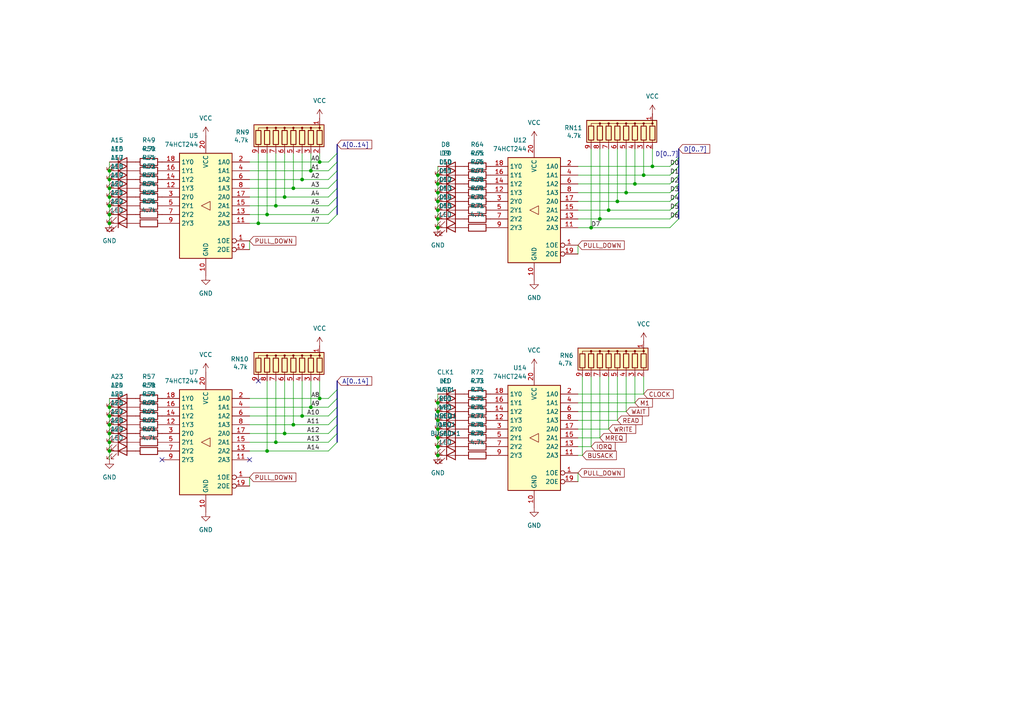
<source format=kicad_sch>
(kicad_sch (version 20250114) (generator "eeschema") (generator_version "9.0")
  (paper "A4")
  (lib_symbols
    (symbol "74xx:74HCT244"
      (property "Reference" "U" (at -7.62 16.51 0))
      (property "Value" "74HCT244" (at -7.62 -16.51 0))
      (symbol "74HCT244_1_0"
        (polyline (pts (xy 1.27 0) (xy -1.27 1.27) (xy -1.27 -1.27) (xy 1.27 0)) (stroke (width 0.1524)))
        (pin input line (at -12.7 12.7 0) (length 5.08) (name "1A0") (number "2"))
        (pin input line (at -12.7 10.16 0) (length 5.08) (name "1A1") (number "4"))
        (pin input line (at -12.7 7.62 0) (length 5.08) (name "1A2") (number "6"))
        (pin input line (at -12.7 5.08 0) (length 5.08) (name "1A3") (number "8"))
        (pin input line (at -12.7 2.54 0) (length 5.08) (name "2A0") (number "17"))
        (pin input line (at -12.7 0 0) (length 5.08) (name "2A1") (number "15"))
        (pin input line (at -12.7 -2.54 0) (length 5.08) (name "2A2") (number "13"))
        (pin input line (at -12.7 -5.08 0) (length 5.08) (name "2A3") (number "11"))
        (pin input inverted (at -12.7 -10.16 0) (length 5.08) (name "1OE") (number "1"))
        (pin input inverted (at -12.7 -12.7 0) (length 5.08) (name "2OE") (number "19"))
        (pin power_in line (at 0 20.32 270) (length 5.08) (name "VCC") (number "20"))
        (pin power_in line (at 0 -20.32 90) (length 5.08) (name "GND") (number "10"))
        (pin tri_state line (at 12.7 12.7 180) (length 5.08) (name "1Y0") (number "18"))
        (pin tri_state line (at 12.7 10.16 180) (length 5.08) (name "1Y1") (number "16"))
        (pin tri_state line (at 12.7 7.62 180) (length 5.08) (name "1Y2") (number "14"))
        (pin tri_state line (at 12.7 5.08 180) (length 5.08) (name "1Y3") (number "12"))
        (pin tri_state line (at 12.7 2.54 180) (length 5.08) (name "2Y0") (number "3"))
        (pin tri_state line (at 12.7 0 180) (length 5.08) (name "2Y1") (number "5"))
        (pin tri_state line (at 12.7 -2.54 180) (length 5.08) (name "2Y2") (number "7"))
        (pin tri_state line (at 12.7 -5.08 180) (length 5.08) (name "2Y3") (number "9"))
      )
      (symbol "74HCT244_1_1"
        (rectangle (start -7.62 15.24) (end 7.62 -15.24) (stroke (width 0.254)) (fill (type background)))
      )
    )
    (symbol "Device:LED" (pin_numbers (hide yes)) (pin_names (offset 1.016) (hide yes))
      (property "Reference" "D" (at 0 2.54 0))
      (property "Value" "LED" (at 0 -2.54 0))
      (symbol "LED_0_1"
        (polyline (pts (xy -3.048 -0.762) (xy -4.572 -2.286) (xy -3.81 -2.286) (xy -4.572 -2.286) (xy -4.572 -1.524)))
        (polyline (pts (xy -1.778 -0.762) (xy -3.302 -2.286) (xy -2.54 -2.286) (xy -3.302 -2.286) (xy -3.302 -1.524)))
        (polyline (pts (xy -1.27 0) (xy 1.27 0)))
        (polyline (pts (xy -1.27 -1.27) (xy -1.27 1.27)) (stroke (width 0.254)))
        (polyline (pts (xy 1.27 -1.27) (xy 1.27 1.27) (xy -1.27 0) (xy 1.27 -1.27)) (stroke (width 0.254)))
      )
      (symbol "LED_1_1"
        (pin passive line (at -3.81 0 0) (length 2.54) (name "K") (number "1"))
        (pin passive line (at 3.81 0 180) (length 2.54) (name "A") (number "2"))
      )
    )
    (symbol "Device:R" (pin_numbers (hide yes)) (pin_names (offset 0))
      (property "Reference" "R" (at 2.032 0 90))
      (property "Value" "R" (at 0 0 90))
      (symbol "R_0_1"
        (rectangle (start -1.016 -2.54) (end 1.016 2.54) (stroke (width 0.254)))
      )
      (symbol "R_1_1"
        (pin passive line (at 0 3.81 270) (length 1.27) (name "~") (number "1"))
        (pin passive line (at 0 -3.81 90) (length 1.27) (name "~") (number "2"))
      )
    )
    (symbol "Device:R_Network08" (pin_names (offset 0) (hide yes))
      (property "Reference" "RN" (at -12.7 0 90))
      (property "Value" "R_Network08" (at 10.16 0 90))
      (symbol "R_Network08_0_1"
        (rectangle (start -11.43 -3.175) (end 8.89 3.175) (stroke (width 0.254)) (fill (type background)))
        (rectangle (start -10.922 1.524) (end -9.398 -2.54) (stroke (width 0.254)))
        (circle (center -10.16 2.286) (radius 0.254) (fill (type outline)))
        (polyline (pts (xy -10.16 1.524) (xy -10.16 2.286) (xy -7.62 2.286) (xy -7.62 1.524)))
        (polyline (pts (xy -10.16 -2.54) (xy -10.16 -3.81)))
        (rectangle (start -8.382 1.524) (end -6.858 -2.54) (stroke (width 0.254)))
        (circle (center -7.62 2.286) (radius 0.254) (fill (type outline)))
        (polyline (pts (xy -7.62 1.524) (xy -7.62 2.286) (xy -5.08 2.286) (xy -5.08 1.524)))
        (polyline (pts (xy -7.62 -2.54) (xy -7.62 -3.81)))
        (rectangle (start -5.842 1.524) (end -4.318 -2.54) (stroke (width 0.254)))
        (circle (center -5.08 2.286) (radius 0.254) (fill (type outline)))
        (polyline (pts (xy -5.08 1.524) (xy -5.08 2.286) (xy -2.54 2.286) (xy -2.54 1.524)))
        (polyline (pts (xy -5.08 -2.54) (xy -5.08 -3.81)))
        (rectangle (start -3.302 1.524) (end -1.778 -2.54) (stroke (width 0.254)))
        (circle (center -2.54 2.286) (radius 0.254) (fill (type outline)))
        (polyline (pts (xy -2.54 1.524) (xy -2.54 2.286) (xy 0 2.286) (xy 0 1.524)))
        (polyline (pts (xy -2.54 -2.54) (xy -2.54 -3.81)))
        (rectangle (start -0.762 1.524) (end 0.762 -2.54) (stroke (width 0.254)))
        (circle (center 0 2.286) (radius 0.254) (fill (type outline)))
        (polyline (pts (xy 0 1.524) (xy 0 2.286) (xy 2.54 2.286) (xy 2.54 1.524)))
        (polyline (pts (xy 0 -2.54) (xy 0 -3.81)))
        (rectangle (start 1.778 1.524) (end 3.302 -2.54) (stroke (width 0.254)))
        (circle (center 2.54 2.286) (radius 0.254) (fill (type outline)))
        (polyline (pts (xy 2.54 1.524) (xy 2.54 2.286) (xy 5.08 2.286) (xy 5.08 1.524)))
        (polyline (pts (xy 2.54 -2.54) (xy 2.54 -3.81)))
        (rectangle (start 4.318 1.524) (end 5.842 -2.54) (stroke (width 0.254)))
        (circle (center 5.08 2.286) (radius 0.254) (fill (type outline)))
        (polyline (pts (xy 5.08 1.524) (xy 5.08 2.286) (xy 7.62 2.286) (xy 7.62 1.524)))
        (polyline (pts (xy 5.08 -2.54) (xy 5.08 -3.81)))
        (rectangle (start 6.858 1.524) (end 8.382 -2.54) (stroke (width 0.254)))
        (polyline (pts (xy 7.62 -2.54) (xy 7.62 -3.81)))
      )
      (symbol "R_Network08_1_1"
        (pin passive line (at -10.16 5.08 270) (length 2.54) (name "common") (number "1"))
        (pin passive line (at -10.16 -5.08 90) (length 1.27) (name "R1") (number "2"))
        (pin passive line (at -7.62 -5.08 90) (length 1.27) (name "R2") (number "3"))
        (pin passive line (at -5.08 -5.08 90) (length 1.27) (name "R3") (number "4"))
        (pin passive line (at -2.54 -5.08 90) (length 1.27) (name "R4") (number "5"))
        (pin passive line (at 0 -5.08 90) (length 1.27) (name "R5") (number "6"))
        (pin passive line (at 2.54 -5.08 90) (length 1.27) (name "R6") (number "7"))
        (pin passive line (at 5.08 -5.08 90) (length 1.27) (name "R7") (number "8"))
        (pin passive line (at 7.62 -5.08 90) (length 1.27) (name "R8") (number "9"))
      )
    )
    (symbol "power:GND" (power) (pin_numbers (hide yes)) (pin_names (offset 0) (hide yes))
      (property "Value" "GND" (at 0 -3.81 0))
      (symbol "GND_0_1"
        (polyline (pts (xy 0 0) (xy 0 -1.27) (xy 1.27 -1.27) (xy 0 -2.54) (xy -1.27 -1.27) (xy 0 -1.27)))
      )
      (symbol "GND_1_1"
        (pin power_in line (at 0 0 270) (length 0) (name "~") (number "1"))
      )
    )
    (symbol "power:VCC" (power) (pin_numbers (hide yes)) (pin_names (offset 0) (hide yes))
      (property "Value" "VCC" (at 0 3.556 0))
      (symbol "VCC_0_1"
        (polyline (pts (xy -0.762 1.27) (xy 0 2.54)))
        (polyline (pts (xy 0 2.54) (xy 0.762 1.27)))
        (polyline (pts (xy 0 0) (xy 0 2.54)))
      )
      (symbol "VCC_1_1"
        (pin power_in line (at 0 0 90) (length 0) (name "~") (number "1"))
      )
    )
  )
  (junction (at 127 116.84))
  (junction (at 31.75 49.53))
  (junction (at 82.55 57.15))
  (junction (at 171.45 66.04))
  (junction (at 31.75 123.19))
  (junction (at 31.75 62.23))
  (junction (at 127 124.46))
  (junction (at 179.07 58.42))
  (junction (at 82.55 125.73))
  (junction (at 87.63 120.65))
  (junction (at 80.01 128.27))
  (junction (at 31.75 57.15))
  (junction (at 31.75 54.61))
  (junction (at 31.75 64.77))
  (junction (at 127 121.92))
  (junction (at 127 129.54))
  (junction (at 127 60.96))
  (junction (at 92.71 115.57))
  (junction (at 77.47 130.81))
  (junction (at 31.75 59.69))
  (junction (at 85.09 54.61))
  (junction (at 31.75 120.65))
  (junction (at 87.63 52.07))
  (junction (at 176.53 60.96))
  (junction (at 186.69 50.8))
  (junction (at 184.15 53.34))
  (junction (at 127 53.34))
  (junction (at 31.75 130.81))
  (junction (at 127 66.04))
  (junction (at 31.75 52.07))
  (junction (at 127 50.8))
  (junction (at 77.47 62.23))
  (junction (at 127 58.42))
  (junction (at 127 119.38))
  (junction (at 127 63.5))
  (junction (at 31.75 125.73))
  (junction (at 90.17 118.11))
  (junction (at 127 127))
  (junction (at 80.01 59.69))
  (junction (at 31.75 128.27))
  (junction (at 85.09 123.19))
  (junction (at 74.93 64.77))
  (junction (at 92.71 46.99))
  (junction (at 90.17 49.53))
  (junction (at 127 55.88))
  (junction (at 181.61 55.88))
  (junction (at 31.75 118.11))
  (junction (at 189.23 48.26))
  (junction (at 173.99 63.5))
  (junction (at 127 132.08))
  (no_connect (at 72.39 133.35))
  (no_connect (at 46.99 133.35))
  (no_connect (at 74.93 110.49))
  (bus_entry (at 196.85 58.42) (size -2.54 2.54))
  (bus_entry (at 97.79 46.99) (size -2.54 2.54))
  (bus_entry (at 97.79 49.53) (size -2.54 2.54))
  (bus_entry (at 97.79 52.07) (size -2.54 2.54))
  (bus_entry (at 97.79 128.27) (size -2.54 2.54))
  (bus_entry (at 97.79 44.45) (size -2.54 2.54))
  (bus_entry (at 97.79 115.57) (size -2.54 2.54))
  (bus_entry (at 97.79 57.15) (size -2.54 2.54))
  (bus_entry (at 196.85 50.8) (size -2.54 2.54))
  (bus_entry (at 196.85 53.34) (size -2.54 2.54))
  (bus_entry (at 97.79 123.19) (size -2.54 2.54))
  (bus_entry (at 196.85 45.72) (size -2.54 2.54))
  (bus_entry (at 196.85 60.96) (size -2.54 2.54))
  (bus_entry (at 97.79 54.61) (size -2.54 2.54))
  (bus_entry (at 97.79 125.73) (size -2.54 2.54))
  (bus_entry (at 196.85 55.88) (size -2.54 2.54))
  (bus_entry (at 97.79 113.03) (size -2.54 2.54))
  (bus_entry (at 97.79 59.69) (size -2.54 2.54))
  (bus_entry (at 97.79 62.23) (size -2.54 2.54))
  (bus_entry (at 196.85 48.26) (size -2.54 2.54))
  (bus_entry (at 97.79 118.11) (size -2.54 2.54))
  (bus_entry (at 97.79 120.65) (size -2.54 2.54))
  (bus_entry (at 196.85 63.5) (size -2.54 2.54))
  (wire (pts (xy 167.64 129.54) (xy 171.45 129.54)))
  (wire (pts (xy 167.64 116.84) (xy 184.15 116.84)))
  (wire (pts (xy 31.75 62.23) (xy 31.75 64.77)))
  (bus (pts (xy 97.79 110.49) (xy 97.79 113.03)))
  (bus (pts (xy 97.79 57.15) (xy 97.79 59.69)))
  (wire (pts (xy 82.55 110.49) (xy 82.55 125.73)))
  (wire (pts (xy 173.99 63.5) (xy 167.64 63.5)))
  (wire (pts (xy 80.01 44.45) (xy 80.01 59.69)))
  (wire (pts (xy 31.75 46.99) (xy 31.75 49.53)))
  (wire (pts (xy 179.07 109.22) (xy 179.07 121.92)))
  (wire (pts (xy 31.75 123.19) (xy 31.75 125.73)))
  (bus (pts (xy 196.85 53.34) (xy 196.85 55.88)))
  (bus (pts (xy 196.85 58.42) (xy 196.85 60.96)))
  (wire (pts (xy 179.07 121.92) (xy 167.64 121.92)))
  (wire (pts (xy 77.47 44.45) (xy 77.47 62.23)))
  (wire (pts (xy 168.91 109.22) (xy 168.91 132.08)))
  (wire (pts (xy 127 119.38) (xy 127 121.92)))
  (wire (pts (xy 92.71 110.49) (xy 92.71 115.57)))
  (wire (pts (xy 127 124.46) (xy 127 127)))
  (wire (pts (xy 80.01 128.27) (xy 95.25 128.27)))
  (wire (pts (xy 167.64 55.88) (xy 181.61 55.88)))
  (wire (pts (xy 72.39 64.77) (xy 74.93 64.77)))
  (wire (pts (xy 127 53.34) (xy 127 55.88)))
  (wire (pts (xy 31.75 54.61) (xy 31.75 57.15)))
  (wire (pts (xy 85.09 123.19) (xy 95.25 123.19)))
  (wire (pts (xy 92.71 44.45) (xy 92.71 46.99)))
  (wire (pts (xy 80.01 59.69) (xy 95.25 59.69)))
  (bus (pts (xy 196.85 45.72) (xy 196.85 48.26)))
  (wire (pts (xy 72.39 57.15) (xy 82.55 57.15)))
  (bus (pts (xy 97.79 120.65) (xy 97.79 123.19)))
  (bus (pts (xy 97.79 54.61) (xy 97.79 57.15)))
  (wire (pts (xy 90.17 110.49) (xy 90.17 118.11)))
  (wire (pts (xy 72.39 115.57) (xy 92.71 115.57)))
  (wire (pts (xy 31.75 57.15) (xy 31.75 59.69)))
  (wire (pts (xy 127 48.26) (xy 127 50.8)))
  (bus (pts (xy 97.79 115.57) (xy 97.79 118.11)))
  (wire (pts (xy 127 127) (xy 127 129.54)))
  (wire (pts (xy 90.17 118.11) (xy 95.25 118.11)))
  (bus (pts (xy 97.79 49.53) (xy 97.79 52.07)))
  (wire (pts (xy 77.47 110.49) (xy 77.47 130.81)))
  (wire (pts (xy 171.45 66.04) (xy 194.31 66.04)))
  (wire (pts (xy 186.69 109.22) (xy 186.69 114.3)))
  (wire (pts (xy 92.71 46.99) (xy 95.25 46.99)))
  (wire (pts (xy 173.99 109.22) (xy 173.99 127)))
  (bus (pts (xy 97.79 59.69) (xy 97.79 62.23)))
  (wire (pts (xy 176.53 43.18) (xy 176.53 60.96)))
  (wire (pts (xy 176.53 109.22) (xy 176.53 124.46)))
  (wire (pts (xy 179.07 58.42) (xy 167.64 58.42)))
  (wire (pts (xy 82.55 57.15) (xy 95.25 57.15)))
  (wire (pts (xy 179.07 58.42) (xy 194.31 58.42)))
  (wire (pts (xy 72.39 52.07) (xy 87.63 52.07)))
  (wire (pts (xy 77.47 62.23) (xy 95.25 62.23)))
  (bus (pts (xy 97.79 123.19) (xy 97.79 125.73)))
  (wire (pts (xy 184.15 53.34) (xy 194.31 53.34)))
  (bus (pts (xy 97.79 41.91) (xy 97.79 44.45)))
  (wire (pts (xy 74.93 64.77) (xy 95.25 64.77)))
  (wire (pts (xy 179.07 43.18) (xy 179.07 58.42)))
  (wire (pts (xy 85.09 123.19) (xy 72.39 123.19)))
  (bus (pts (xy 97.79 125.73) (xy 97.79 128.27)))
  (wire (pts (xy 31.75 52.07) (xy 31.75 54.61)))
  (wire (pts (xy 77.47 130.81) (xy 95.25 130.81)))
  (bus (pts (xy 97.79 44.45) (xy 97.79 46.99)))
  (wire (pts (xy 186.69 43.18) (xy 186.69 50.8)))
  (wire (pts (xy 171.45 109.22) (xy 171.45 129.54)))
  (wire (pts (xy 167.64 66.04) (xy 171.45 66.04)))
  (wire (pts (xy 181.61 109.22) (xy 181.61 119.38)))
  (bus (pts (xy 97.79 113.03) (xy 97.79 115.57)))
  (wire (pts (xy 72.39 69.85) (xy 72.39 72.39)))
  (wire (pts (xy 127 121.92) (xy 127 124.46)))
  (wire (pts (xy 167.64 48.26) (xy 189.23 48.26)))
  (wire (pts (xy 173.99 43.18) (xy 173.99 63.5)))
  (wire (pts (xy 31.75 49.53) (xy 31.75 52.07)))
  (wire (pts (xy 90.17 118.11) (xy 72.39 118.11)))
  (wire (pts (xy 87.63 120.65) (xy 95.25 120.65)))
  (wire (pts (xy 184.15 43.18) (xy 184.15 53.34)))
  (wire (pts (xy 186.69 114.3) (xy 167.64 114.3)))
  (wire (pts (xy 31.75 120.65) (xy 31.75 123.19)))
  (wire (pts (xy 31.75 115.57) (xy 31.75 118.11)))
  (wire (pts (xy 72.39 130.81) (xy 77.47 130.81)))
  (wire (pts (xy 72.39 138.43) (xy 72.39 140.97)))
  (wire (pts (xy 127 60.96) (xy 127 63.5)))
  (wire (pts (xy 167.64 71.12) (xy 167.64 73.66)))
  (wire (pts (xy 189.23 48.26) (xy 194.31 48.26)))
  (wire (pts (xy 127 129.54) (xy 127 132.08)))
  (bus (pts (xy 97.79 52.07) (xy 97.79 54.61)))
  (wire (pts (xy 173.99 127) (xy 167.64 127)))
  (wire (pts (xy 85.09 44.45) (xy 85.09 54.61)))
  (wire (pts (xy 85.09 54.61) (xy 95.25 54.61)))
  (bus (pts (xy 196.85 48.26) (xy 196.85 50.8)))
  (wire (pts (xy 167.64 119.38) (xy 181.61 119.38)))
  (bus (pts (xy 196.85 50.8) (xy 196.85 53.34)))
  (wire (pts (xy 72.39 125.73) (xy 82.55 125.73)))
  (wire (pts (xy 181.61 55.88) (xy 194.31 55.88)))
  (wire (pts (xy 171.45 43.18) (xy 171.45 66.04)))
  (wire (pts (xy 31.75 59.69) (xy 31.75 62.23)))
  (wire (pts (xy 127 50.8) (xy 127 53.34)))
  (wire (pts (xy 181.61 43.18) (xy 181.61 55.88)))
  (wire (pts (xy 82.55 125.73) (xy 95.25 125.73)))
  (wire (pts (xy 72.39 59.69) (xy 80.01 59.69)))
  (wire (pts (xy 173.99 63.5) (xy 194.31 63.5)))
  (bus (pts (xy 97.79 118.11) (xy 97.79 120.65)))
  (wire (pts (xy 184.15 109.22) (xy 184.15 116.84)))
  (wire (pts (xy 72.39 62.23) (xy 77.47 62.23)))
  (wire (pts (xy 90.17 44.45) (xy 90.17 49.53)))
  (wire (pts (xy 87.63 44.45) (xy 87.63 52.07)))
  (bus (pts (xy 196.85 43.18) (xy 196.85 45.72)))
  (bus (pts (xy 196.85 60.96) (xy 196.85 63.5)))
  (wire (pts (xy 127 116.84) (xy 127 119.38)))
  (wire (pts (xy 82.55 44.45) (xy 82.55 57.15)))
  (wire (pts (xy 168.91 132.08) (xy 167.64 132.08)))
  (bus (pts (xy 196.85 55.88) (xy 196.85 58.42)))
  (wire (pts (xy 167.64 124.46) (xy 176.53 124.46)))
  (wire (pts (xy 85.09 110.49) (xy 85.09 123.19)))
  (wire (pts (xy 80.01 128.27) (xy 72.39 128.27)))
  (wire (pts (xy 95.25 115.57) (xy 92.71 115.57)))
  (wire (pts (xy 167.64 137.16) (xy 167.64 139.7)))
  (wire (pts (xy 72.39 49.53) (xy 90.17 49.53)))
  (wire (pts (xy 167.64 50.8) (xy 186.69 50.8)))
  (wire (pts (xy 189.23 43.18) (xy 189.23 48.26)))
  (wire (pts (xy 127 114.3) (xy 127 116.84)))
  (wire (pts (xy 176.53 60.96) (xy 194.31 60.96)))
  (wire (pts (xy 31.75 128.27) (xy 31.75 130.81)))
  (wire (pts (xy 87.63 110.49) (xy 87.63 120.65)))
  (wire (pts (xy 127 63.5) (xy 127 66.04)))
  (wire (pts (xy 90.17 49.53) (xy 95.25 49.53)))
  (wire (pts (xy 80.01 110.49) (xy 80.01 128.27)))
  (wire (pts (xy 184.15 53.34) (xy 167.64 53.34)))
  (wire (pts (xy 31.75 125.73) (xy 31.75 128.27)))
  (bus (pts (xy 97.79 46.99) (xy 97.79 49.53)))
  (wire (pts (xy 31.75 130.81) (xy 31.75 133.35)))
  (wire (pts (xy 31.75 118.11) (xy 31.75 120.65)))
  (wire (pts (xy 87.63 52.07) (xy 95.25 52.07)))
  (wire (pts (xy 167.64 60.96) (xy 176.53 60.96)))
  (wire (pts (xy 127 58.42) (xy 127 60.96)))
  (wire (pts (xy 74.93 44.45) (xy 74.93 64.77)))
  (wire (pts (xy 72.39 46.99) (xy 92.71 46.99)))
  (wire (pts (xy 186.69 50.8) (xy 194.31 50.8)))
  (wire (pts (xy 127 55.88) (xy 127 58.42)))
  (wire (pts (xy 72.39 120.65) (xy 87.63 120.65)))
  (wire (pts (xy 72.39 54.61) (xy 85.09 54.61)))
  (label "A4" (at 92.71 57.15 180))
  (label "D3" (at 194.31 55.88 0))
  (label "A11" (at 92.71 123.19 180))
  (label "A2" (at 92.71 52.07 180))
  (label "A0" (at 92.71 46.99 180))
  (label "D[0..7]" (at 196.85 45.72 180))
  (label "A3" (at 92.71 54.61 180))
  (label "D4" (at 194.31 58.42 0))
  (label "A8" (at 92.71 115.57 180))
  (label "D0" (at 194.31 48.26 0))
  (label "D5" (at 194.31 60.96 0))
  (label "D1" (at 194.31 50.8 0))
  (label "D7" (at 171.45 66.04 0))
  (label "A13" (at 92.71 128.27 180))
  (label "A5" (at 92.71 59.69 180))
  (label "A7" (at 92.71 64.77 180))
  (label "A9" (at 92.71 118.11 180))
  (label "A1" (at 92.71 49.53 180))
  (label "A10" (at 92.71 120.65 180))
  (label "A14" (at 92.71 130.81 180))
  (label "D2" (at 194.31 53.34 0))
  (label "D6" (at 194.31 63.5 0))
  (label "A6" (at 92.71 62.23 180))
  (label "A12" (at 92.71 125.73 180))
  (global_label "D[0..7]" (shape input) (at 196.85 43.18 0) (property "Intersheetrefs" "${INTERSHEET_REFS}" (effects (hide yes))))
  (global_label "IORQ" (shape input) (at 171.45 129.54 0) (property "Intersheetrefs" "${INTERSHEET_REFS}" (effects (hide yes))))
  (global_label "A[0..14]" (shape input) (at 97.79 41.91 0) (property "Intersheetrefs" "${INTERSHEET_REFS}" (effects (hide yes))))
  (global_label "PULL_DOWN" (shape input) (at 167.64 71.12 0) (property "Intersheetrefs" "${INTERSHEET_REFS}" (effects (hide yes))))
  (global_label "WRITE" (shape input) (at 176.53 124.46 0) (property "Intersheetrefs" "${INTERSHEET_REFS}" (effects (hide yes))))
  (global_label "READ" (shape input) (at 179.07 121.92 0) (property "Intersheetrefs" "${INTERSHEET_REFS}" (effects (hide yes))))
  (global_label "BUSACK" (shape input) (at 168.91 132.08 0) (property "Intersheetrefs" "${INTERSHEET_REFS}" (effects (hide yes))))
  (global_label "CLOCK" (shape input) (at 186.69 114.3 0) (property "Intersheetrefs" "${INTERSHEET_REFS}" (effects (hide yes))))
  (global_label "WAIT" (shape input) (at 181.61 119.38 0) (property "Intersheetrefs" "${INTERSHEET_REFS}" (effects (hide yes))))
  (global_label "PULL_DOWN" (shape input) (at 167.64 137.16 0) (property "Intersheetrefs" "${INTERSHEET_REFS}" (effects (hide yes))))
  (global_label "A[0..14]" (shape input) (at 97.79 110.49 0) (property "Intersheetrefs" "${INTERSHEET_REFS}" (effects (hide yes))))
  (global_label "PULL_DOWN" (shape input) (at 72.39 69.85 0) (property "Intersheetrefs" "${INTERSHEET_REFS}" (effects (hide yes))))
  (global_label "M1" (shape input) (at 184.15 116.84 0) (property "Intersheetrefs" "${INTERSHEET_REFS}" (effects (hide yes))))
  (global_label "PULL_DOWN" (shape input) (at 72.39 138.43 0) (property "Intersheetrefs" "${INTERSHEET_REFS}" (effects (hide yes))))
  (global_label "MREQ" (shape input) (at 173.99 127 0) (property "Intersheetrefs" "${INTERSHEET_REFS}" (effects (hide yes))))
  (symbol (lib_id "Device:R") (at 43.18 54.61 90) (unit 1)
    (property "Reference" "R52" (at 43.18 48.26 90))
    (property "Value" "4.7k" (at 43.18 50.8 90))
    (property "Footprint" "Resistor_THT:R_Axial_DIN0204_L3.6mm_D1.6mm_P7.62mm_Horizontal" (effects (hide yes)))
    (property "Description" "Resistor" (effects (hide yes)))
  )
  (symbol (lib_id "Device:R") (at 138.43 129.54 90) (unit 1)
    (property "Reference" "R78" (at 138.43 123.19 90))
    (property "Value" "4.7k" (at 138.43 125.73 90))
    (property "Footprint" "Resistor_THT:R_Axial_DIN0204_L3.6mm_D1.6mm_P7.62mm_Horizontal" (effects (hide yes)))
    (property "Description" "Resistor" (effects (hide yes)))
  )
  (symbol (lib_id "Device:R") (at 43.18 118.11 90) (unit 1)
    (property "Reference" "R58" (at 43.18 111.76 90))
    (property "Value" "4.7k" (at 43.18 114.3 90))
    (property "Footprint" "Resistor_THT:R_Axial_DIN0204_L3.6mm_D1.6mm_P7.62mm_Horizontal" (effects (hide yes)))
    (property "Description" "Resistor" (effects (hide yes)))
  )
  (symbol (lib_id "Device:R") (at 138.43 66.04 90) (unit 1)
    (property "Reference" "R71" (at 138.43 59.69 90))
    (property "Value" "4.7k" (at 138.43 62.23 90))
    (property "Footprint" "Resistor_THT:R_Axial_DIN0204_L3.6mm_D1.6mm_P7.62mm_Horizontal" (effects (hide yes)))
    (property "Description" "Resistor" (effects (hide yes)))
  )
  (symbol (lib_id "Device:LED") (at 35.56 59.69 0) (unit 1)
    (property "Reference" "A20" (at 33.9725 53.34 0))
    (property "Value" "LED" (at 33.9725 55.88 0))
    (property "Footprint" "LED_THT:LED_D3.0mm" (effects (hide yes)))
    (property "Description" "Light emitting diode" (effects (hide yes)))
    (property "Sim.Pins" "1=K 2=A" (effects (hide yes)))
  )
  (symbol (lib_id "Device:R") (at 138.43 132.08 90) (unit 1)
    (property "Reference" "R79" (at 138.43 125.73 90))
    (property "Value" "4.7k" (at 138.43 128.27 90))
    (property "Footprint" "Resistor_THT:R_Axial_DIN0204_L3.6mm_D1.6mm_P7.62mm_Horizontal" (effects (hide yes)))
    (property "Description" "Resistor" (effects (hide yes)))
  )
  (symbol (lib_id "power:VCC") (at 59.69 39.37 0) (unit 1)
    (property "Reference" "#PWR067" (effects (hide yes)))
    (property "Value" "VCC" (at 59.69 34.29 0))
    (property "Description" "Power symbol creates a global label with name \"VCC\"" (effects (hide yes)))
  )
  (symbol (lib_id "Device:R") (at 138.43 121.92 90) (unit 1)
    (property "Reference" "R75" (at 138.43 115.57 90))
    (property "Value" "4.7k" (at 138.43 118.11 90))
    (property "Footprint" "Resistor_THT:R_Axial_DIN0204_L3.6mm_D1.6mm_P7.62mm_Horizontal" (effects (hide yes)))
    (property "Description" "Resistor" (effects (hide yes)))
  )
  (symbol (lib_id "Device:LED") (at 35.56 130.81 0) (unit 1)
    (property "Reference" "A29" (at 33.9725 124.46 0))
    (property "Value" "LED" (at 33.9725 127 0))
    (property "Footprint" "LED_THT:LED_D3.0mm" (effects (hide yes)))
    (property "Description" "Light emitting diode" (effects (hide yes)))
    (property "Sim.Pins" "1=K 2=A" (effects (hide yes)))
  )
  (symbol (lib_id "Device:R") (at 43.18 130.81 90) (unit 1)
    (property "Reference" "R63" (at 43.18 124.46 90))
    (property "Value" "4.7k" (at 43.18 127 90))
    (property "Footprint" "Resistor_THT:R_Axial_DIN0204_L3.6mm_D1.6mm_P7.62mm_Horizontal" (effects (hide yes)))
    (property "Description" "Resistor" (effects (hide yes)))
  )
  (symbol (lib_id "Device:LED") (at 130.81 124.46 0) (unit 1)
    (property "Reference" "WR1" (at 129.2225 118.11 0))
    (property "Value" "LED" (at 129.2225 120.65 0))
    (property "Footprint" "LED_THT:LED_D3.0mm" (effects (hide yes)))
    (property "Description" "Light emitting diode" (effects (hide yes)))
    (property "Sim.Pins" "1=K 2=A" (effects (hide yes)))
  )
  (symbol (lib_id "Device:R") (at 138.43 119.38 90) (unit 1)
    (property "Reference" "R74" (at 138.43 113.03 90))
    (property "Value" "4.7k" (at 138.43 115.57 90))
    (property "Footprint" "Resistor_THT:R_Axial_DIN0204_L3.6mm_D1.6mm_P7.62mm_Horizontal" (effects (hide yes)))
    (property "Description" "Resistor" (effects (hide yes)))
  )
  (symbol (lib_id "power:VCC") (at 154.94 40.64 0) (unit 1)
    (property "Reference" "#PWR071" (effects (hide yes)))
    (property "Value" "VCC" (at 154.94 35.56 0))
    (property "Description" "Power symbol creates a global label with name \"VCC\"" (effects (hide yes)))
  )
  (symbol (lib_id "Device:R") (at 43.18 64.77 90) (unit 1)
    (property "Reference" "R56" (at 43.18 58.42 90))
    (property "Value" "4.7k" (at 43.18 60.96 90))
    (property "Footprint" "Resistor_THT:R_Axial_DIN0204_L3.6mm_D1.6mm_P7.62mm_Horizontal" (effects (hide yes)))
    (property "Description" "Resistor" (effects (hide yes)))
  )
  (symbol (lib_id "Device:LED") (at 130.81 116.84 0) (unit 1)
    (property "Reference" "M1" (at 129.2225 110.49 0))
    (property "Value" "LED" (at 129.2225 113.03 0))
    (property "Footprint" "LED_THT:LED_D3.0mm" (effects (hide yes)))
    (property "Description" "Light emitting diode" (effects (hide yes)))
    (property "Sim.Pins" "1=K 2=A" (effects (hide yes)))
  )
  (symbol (lib_id "74xx:74HCT244") (at 154.94 60.96 0) (mirror y) (unit 1)
    (property "Reference" "U12" (at 152.7967 40.64 0) (effects (justify left)))
    (property "Value" "74HCT244" (at 152.7967 43.18 0) (effects (justify left)))
    (property "Footprint" "Package_DIP:DIP-20_W7.62mm_Socket" (effects (hide yes)))
    (property "Datasheet" "https://assets.nexperia.com/documents/data-sheet/74HC_HCT244.pdf" (effects (hide yes)))
    (property "Description" "8-bit Buffer/Line Driver 3-state" (effects (hide yes)))
  )
  (symbol (lib_id "Device:LED") (at 130.81 55.88 0) (unit 1)
    (property "Reference" "D11" (at 129.2225 49.53 0))
    (property "Value" "LED" (at 129.2225 52.07 0))
    (property "Footprint" "LED_THT:LED_D3.0mm" (effects (hide yes)))
    (property "Description" "Light emitting diode" (effects (hide yes)))
    (property "Sim.Pins" "1=K 2=A" (effects (hide yes)))
  )
  (symbol (lib_id "Device:LED") (at 35.56 118.11 0) (unit 1)
    (property "Reference" "A24" (at 33.9725 111.76 0))
    (property "Value" "LED" (at 33.9725 114.3 0))
    (property "Footprint" "LED_THT:LED_D3.0mm" (effects (hide yes)))
    (property "Description" "Light emitting diode" (effects (hide yes)))
    (property "Sim.Pins" "1=K 2=A" (effects (hide yes)))
  )
  (symbol (lib_id "power:GND") (at 59.69 80.01 0) (unit 1)
    (property "Reference" "#PWR068" (effects (hide yes)))
    (property "Value" "GND" (at 59.69 85.09 0))
    (property "Description" "Power symbol creates a global label with name \"GND\" , ground" (effects (hide yes)))
  )
  (symbol (lib_id "Device:LED") (at 130.81 66.04 0) (unit 1)
    (property "Reference" "D15" (at 129.2225 59.69 0))
    (property "Value" "LED" (at 129.2225 62.23 0))
    (property "Footprint" "LED_THT:LED_D3.0mm" (effects (hide yes)))
    (property "Description" "Light emitting diode" (effects (hide yes)))
    (property "Sim.Pins" "1=K 2=A" (effects (hide yes)))
  )
  (symbol (lib_id "Device:R") (at 43.18 123.19 90) (unit 1)
    (property "Reference" "R60" (at 43.18 116.84 90))
    (property "Value" "4.7k" (at 43.18 119.38 90))
    (property "Footprint" "Resistor_THT:R_Axial_DIN0204_L3.6mm_D1.6mm_P7.62mm_Horizontal" (effects (hide yes)))
    (property "Description" "Resistor" (effects (hide yes)))
  )
  (symbol (lib_id "Device:LED") (at 130.81 132.08 0) (unit 1)
    (property "Reference" "BUSACK1" (at 129.2225 125.73 0))
    (property "Value" "LED" (at 129.2225 128.27 0))
    (property "Footprint" "LED_THT:LED_D3.0mm" (effects (hide yes)))
    (property "Description" "Light emitting diode" (effects (hide yes)))
    (property "Sim.Pins" "1=K 2=A" (effects (hide yes)))
  )
  (symbol (lib_id "power:GND") (at 154.94 81.28 0) (unit 1)
    (property "Reference" "#PWR072" (effects (hide yes)))
    (property "Value" "GND" (at 154.94 86.36 0))
    (property "Description" "Power symbol creates a global label with name \"GND\" , ground" (effects (hide yes)))
  )
  (symbol (lib_id "Device:LED") (at 130.81 129.54 0) (unit 1)
    (property "Reference" "IORQ1" (at 129.2225 123.19 0))
    (property "Value" "LED" (at 129.2225 125.73 0))
    (property "Footprint" "LED_THT:LED_D3.0mm" (effects (hide yes)))
    (property "Description" "Light emitting diode" (effects (hide yes)))
    (property "Sim.Pins" "1=K 2=A" (effects (hide yes)))
  )
  (symbol (lib_id "Device:R") (at 43.18 125.73 90) (unit 1)
    (property "Reference" "R61" (at 43.18 119.38 90))
    (property "Value" "4.7k" (at 43.18 121.92 90))
    (property "Footprint" "Resistor_THT:R_Axial_DIN0204_L3.6mm_D1.6mm_P7.62mm_Horizontal" (effects (hide yes)))
    (property "Description" "Resistor" (effects (hide yes)))
  )
  (symbol (lib_id "Device:R") (at 138.43 63.5 90) (unit 1)
    (property "Reference" "R70" (at 138.43 57.15 90))
    (property "Value" "4.7k" (at 138.43 59.69 90))
    (property "Footprint" "Resistor_THT:R_Axial_DIN0204_L3.6mm_D1.6mm_P7.62mm_Horizontal" (effects (hide yes)))
    (property "Description" "Resistor" (effects (hide yes)))
  )
  (symbol (lib_id "Device:R") (at 43.18 52.07 90) (unit 1)
    (property "Reference" "R51" (at 43.18 45.72 90))
    (property "Value" "4.7k" (at 43.18 48.26 90))
    (property "Footprint" "Resistor_THT:R_Axial_DIN0204_L3.6mm_D1.6mm_P7.62mm_Horizontal" (effects (hide yes)))
    (property "Description" "Resistor" (effects (hide yes)))
  )
  (symbol (lib_id "power:GND") (at 127 132.08 0) (unit 1)
    (property "Reference" "#PWR066" (effects (hide yes)))
    (property "Value" "GND" (at 127 137.16 0))
    (property "Description" "Power symbol creates a global label with name \"GND\" , ground" (effects (hide yes)))
  )
  (symbol (lib_id "Device:LED") (at 35.56 46.99 0) (unit 1)
    (property "Reference" "A15" (at 33.9725 40.64 0))
    (property "Value" "LED" (at 33.9725 43.18 0))
    (property "Footprint" "LED_THT:LED_D3.0mm" (effects (hide yes)))
    (property "Description" "Light emitting diode" (effects (hide yes)))
    (property "Sim.Pins" "1=K 2=A" (effects (hide yes)))
  )
  (symbol (lib_id "power:VCC") (at 154.94 106.68 0) (unit 1)
    (property "Reference" "#PWR073" (effects (hide yes)))
    (property "Value" "VCC" (at 154.94 101.6 0))
    (property "Description" "Power symbol creates a global label with name \"VCC\"" (effects (hide yes)))
  )
  (symbol (lib_id "74xx:74HCT244") (at 59.69 128.27 0) (mirror y) (unit 1)
    (property "Reference" "U7" (at 57.5467 107.95 0) (effects (justify left)))
    (property "Value" "74HCT244" (at 57.5467 110.49 0) (effects (justify left)))
    (property "Footprint" "Package_DIP:DIP-20_W7.62mm_Socket" (effects (hide yes)))
    (property "Datasheet" "https://assets.nexperia.com/documents/data-sheet/74HC_HCT244.pdf" (effects (hide yes)))
    (property "Description" "8-bit Buffer/Line Driver 3-state" (effects (hide yes)))
  )
  (symbol (lib_id "power:VCC") (at 186.69 99.06 0) (mirror y) (unit 1)
    (property "Reference" "#PWR075" (effects (hide yes)))
    (property "Value" "VCC" (at 186.69 93.98 0))
    (property "Description" "Power symbol creates a global label with name \"VCC\"" (effects (hide yes)))
  )
  (symbol (lib_id "Device:R") (at 138.43 124.46 90) (unit 1)
    (property "Reference" "R76" (at 138.43 118.11 90))
    (property "Value" "4.7k" (at 138.43 120.65 90))
    (property "Footprint" "Resistor_THT:R_Axial_DIN0204_L3.6mm_D1.6mm_P7.62mm_Horizontal" (effects (hide yes)))
    (property "Description" "Resistor" (effects (hide yes)))
  )
  (symbol (lib_id "Device:R_Network08") (at 176.53 104.14 0) (mirror y) (unit 1)
    (property "Reference" "RN6" (at 166.37 103.1239 0) (effects (justify left)))
    (property "Value" "4.7k" (at 166.116 105.41 0) (effects (justify left)))
    (property "Footprint" "Resistor_THT:R_Array_SIP9" (effects (hide yes)))
    (property "Datasheet" "http://www.vishay.com/docs/31509/csc.pdf" (effects (hide yes)))
    (property "Description" "8 resistor network, star topology, bussed resistors, small symbol" (effects (hide yes)))
  )
  (symbol (lib_id "74xx:74HCT244") (at 59.69 59.69 0) (mirror y) (unit 1)
    (property "Reference" "U5" (at 57.5467 39.37 0) (effects (justify left)))
    (property "Value" "74HCT244" (at 57.5467 41.91 0) (effects (justify left)))
    (property "Footprint" "Package_DIP:DIP-20_W7.62mm_Socket" (effects (hide yes)))
    (property "Datasheet" "https://assets.nexperia.com/documents/data-sheet/74HC_HCT244.pdf" (effects (hide yes)))
    (property "Description" "8-bit Buffer/Line Driver 3-state" (effects (hide yes)))
  )
  (symbol (lib_id "Device:LED") (at 35.56 49.53 0) (unit 1)
    (property "Reference" "A16" (at 33.9725 43.18 0))
    (property "Value" "LED" (at 33.9725 45.72 0))
    (property "Footprint" "LED_THT:LED_D3.0mm" (effects (hide yes)))
    (property "Description" "Light emitting diode" (effects (hide yes)))
    (property "Sim.Pins" "1=K 2=A" (effects (hide yes)))
  )
  (symbol (lib_id "Device:LED") (at 130.81 53.34 0) (unit 1)
    (property "Reference" "D10" (at 129.2225 46.99 0))
    (property "Value" "LED" (at 129.2225 49.53 0))
    (property "Footprint" "LED_THT:LED_D3.0mm" (effects (hide yes)))
    (property "Description" "Light emitting diode" (effects (hide yes)))
    (property "Sim.Pins" "1=K 2=A" (effects (hide yes)))
  )
  (symbol (lib_id "Device:LED") (at 130.81 63.5 0) (unit 1)
    (property "Reference" "D14" (at 129.2225 57.15 0))
    (property "Value" "LED" (at 129.2225 59.69 0))
    (property "Footprint" "LED_THT:LED_D3.0mm" (effects (hide yes)))
    (property "Description" "Light emitting diode" (effects (hide yes)))
    (property "Sim.Pins" "1=K 2=A" (effects (hide yes)))
  )
  (symbol (lib_id "Device:R") (at 43.18 46.99 90) (unit 1)
    (property "Reference" "R49" (at 43.18 40.64 90))
    (property "Value" "4.7k" (at 43.18 43.18 90))
    (property "Footprint" "Resistor_THT:R_Axial_DIN0204_L3.6mm_D1.6mm_P7.62mm_Horizontal" (effects (hide yes)))
    (property "Description" "Resistor" (effects (hide yes)))
  )
  (symbol (lib_id "power:VCC") (at 92.71 34.29 0) (mirror y) (unit 1)
    (property "Reference" "#PWR076" (effects (hide yes)))
    (property "Value" "VCC" (at 92.71 29.21 0))
    (property "Description" "Power symbol creates a global label with name \"VCC\"" (effects (hide yes)))
  )
  (symbol (lib_id "Device:LED") (at 35.56 64.77 0) (unit 1)
    (property "Reference" "A22" (at 33.9725 58.42 0))
    (property "Value" "LED" (at 33.9725 60.96 0))
    (property "Footprint" "LED_THT:LED_D3.0mm" (effects (hide yes)))
    (property "Description" "Light emitting diode" (effects (hide yes)))
    (property "Sim.Pins" "1=K 2=A" (effects (hide yes)))
  )
  (symbol (lib_id "Device:R") (at 43.18 120.65 90) (unit 1)
    (property "Reference" "R59" (at 43.18 114.3 90))
    (property "Value" "4.7k" (at 43.18 116.84 90))
    (property "Footprint" "Resistor_THT:R_Axial_DIN0204_L3.6mm_D1.6mm_P7.62mm_Horizontal" (effects (hide yes)))
    (property "Description" "Resistor" (effects (hide yes)))
  )
  (symbol (lib_id "Device:R") (at 138.43 60.96 90) (unit 1)
    (property "Reference" "R69" (at 138.43 54.61 90))
    (property "Value" "4.7k" (at 138.43 57.15 90))
    (property "Footprint" "Resistor_THT:R_Axial_DIN0204_L3.6mm_D1.6mm_P7.62mm_Horizontal" (effects (hide yes)))
    (property "Description" "Resistor" (effects (hide yes)))
  )
  (symbol (lib_id "Device:R") (at 43.18 59.69 90) (unit 1)
    (property "Reference" "R54" (at 43.18 53.34 90))
    (property "Value" "4.7k" (at 43.18 55.88 90))
    (property "Footprint" "Resistor_THT:R_Axial_DIN0204_L3.6mm_D1.6mm_P7.62mm_Horizontal" (effects (hide yes)))
    (property "Description" "Resistor" (effects (hide yes)))
  )
  (symbol (lib_id "Device:LED") (at 130.81 127 0) (unit 1)
    (property "Reference" "MREQ1" (at 129.2225 120.65 0))
    (property "Value" "LED" (at 129.2225 123.19 0))
    (property "Footprint" "LED_THT:LED_D3.0mm" (effects (hide yes)))
    (property "Description" "Light emitting diode" (effects (hide yes)))
    (property "Sim.Pins" "1=K 2=A" (effects (hide yes)))
  )
  (symbol (lib_id "Device:LED") (at 130.81 48.26 0) (unit 1)
    (property "Reference" "D8" (at 129.2225 41.91 0))
    (property "Value" "LED" (at 129.2225 44.45 0))
    (property "Footprint" "LED_THT:LED_D3.0mm" (effects (hide yes)))
    (property "Description" "Light emitting diode" (effects (hide yes)))
    (property "Sim.Pins" "1=K 2=A" (effects (hide yes)))
  )
  (symbol (lib_id "power:VCC") (at 59.69 107.95 0) (unit 1)
    (property "Reference" "#PWR069" (effects (hide yes)))
    (property "Value" "VCC" (at 59.69 102.87 0))
    (property "Description" "Power symbol creates a global label with name \"VCC\"" (effects (hide yes)))
  )
  (symbol (lib_id "Device:R") (at 138.43 55.88 90) (unit 1)
    (property "Reference" "R67" (at 138.43 49.53 90))
    (property "Value" "4.7k" (at 138.43 52.07 90))
    (property "Footprint" "Resistor_THT:R_Axial_DIN0204_L3.6mm_D1.6mm_P7.62mm_Horizontal" (effects (hide yes)))
    (property "Description" "Resistor" (effects (hide yes)))
  )
  (symbol (lib_id "74xx:74HCT244") (at 154.94 127 0) (mirror y) (unit 1)
    (property "Reference" "U14" (at 152.7967 106.68 0) (effects (justify left)))
    (property "Value" "74HCT244" (at 152.7967 109.22 0) (effects (justify left)))
    (property "Footprint" "Package_DIP:DIP-20_W7.62mm_Socket" (effects (hide yes)))
    (property "Datasheet" "https://assets.nexperia.com/documents/data-sheet/74HC_HCT244.pdf" (effects (hide yes)))
    (property "Description" "8-bit Buffer/Line Driver 3-state" (effects (hide yes)))
  )
  (symbol (lib_id "Device:R") (at 43.18 115.57 90) (unit 1)
    (property "Reference" "R57" (at 43.18 109.22 90))
    (property "Value" "4.7k" (at 43.18 111.76 90))
    (property "Footprint" "Resistor_THT:R_Axial_DIN0204_L3.6mm_D1.6mm_P7.62mm_Horizontal" (effects (hide yes)))
    (property "Description" "Resistor" (effects (hide yes)))
  )
  (symbol (lib_id "Device:LED") (at 35.56 52.07 0) (unit 1)
    (property "Reference" "A17" (at 33.9725 45.72 0))
    (property "Value" "LED" (at 33.9725 48.26 0))
    (property "Footprint" "LED_THT:LED_D3.0mm" (effects (hide yes)))
    (property "Description" "Light emitting diode" (effects (hide yes)))
    (property "Sim.Pins" "1=K 2=A" (effects (hide yes)))
  )
  (symbol (lib_id "Device:R_Network08") (at 82.55 39.37 0) (mirror y) (unit 1)
    (property "Reference" "RN9" (at 72.39 38.3539 0) (effects (justify left)))
    (property "Value" "4.7k" (at 72.136 40.64 0) (effects (justify left)))
    (property "Footprint" "Resistor_THT:R_Array_SIP9" (effects (hide yes)))
    (property "Datasheet" "http://www.vishay.com/docs/31509/csc.pdf" (effects (hide yes)))
    (property "Description" "8 resistor network, star topology, bussed resistors, small symbol" (effects (hide yes)))
  )
  (symbol (lib_id "Device:LED") (at 130.81 119.38 0) (unit 1)
    (property "Reference" "WAIT1" (at 129.2225 113.03 0))
    (property "Value" "LED" (at 129.2225 115.57 0))
    (property "Footprint" "LED_THT:LED_D3.0mm" (effects (hide yes)))
    (property "Description" "Light emitting diode" (effects (hide yes)))
    (property "Sim.Pins" "1=K 2=A" (effects (hide yes)))
  )
  (symbol (lib_id "Device:LED") (at 35.56 120.65 0) (unit 1)
    (property "Reference" "A25" (at 33.9725 114.3 0))
    (property "Value" "LED" (at 33.9725 116.84 0))
    (property "Footprint" "LED_THT:LED_D3.0mm" (effects (hide yes)))
    (property "Description" "Light emitting diode" (effects (hide yes)))
    (property "Sim.Pins" "1=K 2=A" (effects (hide yes)))
  )
  (symbol (lib_id "Device:LED") (at 35.56 57.15 0) (unit 1)
    (property "Reference" "A19" (at 33.9725 50.8 0))
    (property "Value" "LED" (at 33.9725 53.34 0))
    (property "Footprint" "LED_THT:LED_D3.0mm" (effects (hide yes)))
    (property "Description" "Light emitting diode" (effects (hide yes)))
    (property "Sim.Pins" "1=K 2=A" (effects (hide yes)))
  )
  (symbol (lib_id "Device:LED") (at 130.81 121.92 0) (unit 1)
    (property "Reference" "RD1" (at 129.2225 115.57 0))
    (property "Value" "LED" (at 129.2225 118.11 0))
    (property "Footprint" "LED_THT:LED_D3.0mm" (effects (hide yes)))
    (property "Description" "Light emitting diode" (effects (hide yes)))
    (property "Sim.Pins" "1=K 2=A" (effects (hide yes)))
  )
  (symbol (lib_id "Device:LED") (at 130.81 58.42 0) (unit 1)
    (property "Reference" "D12" (at 129.2225 52.07 0))
    (property "Value" "LED" (at 129.2225 54.61 0))
    (property "Footprint" "LED_THT:LED_D3.0mm" (effects (hide yes)))
    (property "Description" "Light emitting diode" (effects (hide yes)))
    (property "Sim.Pins" "1=K 2=A" (effects (hide yes)))
  )
  (symbol (lib_id "Device:LED") (at 35.56 123.19 0) (unit 1)
    (property "Reference" "A26" (at 33.9725 116.84 0))
    (property "Value" "LED" (at 33.9725 119.38 0))
    (property "Footprint" "LED_THT:LED_D3.0mm" (effects (hide yes)))
    (property "Description" "Light emitting diode" (effects (hide yes)))
    (property "Sim.Pins" "1=K 2=A" (effects (hide yes)))
  )
  (symbol (lib_id "power:VCC") (at 189.23 33.02 0) (mirror y) (unit 1)
    (property "Reference" "#PWR078" (effects (hide yes)))
    (property "Value" "VCC" (at 189.23 27.94 0))
    (property "Description" "Power symbol creates a global label with name \"VCC\"" (effects (hide yes)))
  )
  (symbol (lib_id "Device:R") (at 43.18 49.53 90) (unit 1)
    (property "Reference" "R50" (at 43.18 43.18 90))
    (property "Value" "4.7k" (at 43.18 45.72 90))
    (property "Footprint" "Resistor_THT:R_Axial_DIN0204_L3.6mm_D1.6mm_P7.62mm_Horizontal" (effects (hide yes)))
    (property "Description" "Resistor" (effects (hide yes)))
  )
  (symbol (lib_id "Device:LED") (at 35.56 128.27 0) (unit 1)
    (property "Reference" "A28" (at 33.9725 121.92 0))
    (property "Value" "LED" (at 33.9725 124.46 0))
    (property "Footprint" "LED_THT:LED_D3.0mm" (effects (hide yes)))
    (property "Description" "Light emitting diode" (effects (hide yes)))
    (property "Sim.Pins" "1=K 2=A" (effects (hide yes)))
  )
  (symbol (lib_id "Device:R_Network08") (at 82.55 105.41 0) (mirror y) (unit 1)
    (property "Reference" "RN10" (at 72.136 104.14 0) (effects (justify left)))
    (property "Value" "4.7k" (at 71.882 106.4261 0) (effects (justify left)))
    (property "Footprint" "Resistor_THT:R_Array_SIP9" (effects (hide yes)))
    (property "Datasheet" "http://www.vishay.com/docs/31509/csc.pdf" (effects (hide yes)))
    (property "Description" "8 resistor network, star topology, bussed resistors, small symbol" (effects (hide yes)))
  )
  (symbol (lib_id "Device:LED") (at 130.81 114.3 0) (unit 1)
    (property "Reference" "CLK1" (at 129.2225 107.95 0))
    (property "Value" "LED" (at 129.2225 110.49 0))
    (property "Footprint" "LED_THT:LED_D3.0mm" (effects (hide yes)))
    (property "Description" "Light emitting diode" (effects (hide yes)))
    (property "Sim.Pins" "1=K 2=A" (effects (hide yes)))
  )
  (symbol (lib_id "power:GND") (at 31.75 64.77 0) (unit 1)
    (property "Reference" "#PWR045" (effects (hide yes)))
    (property "Value" "GND" (at 31.75 69.85 0))
    (property "Description" "Power symbol creates a global label with name \"GND\" , ground" (effects (hide yes)))
  )
  (symbol (lib_id "power:GND") (at 154.94 147.32 0) (unit 1)
    (property "Reference" "#PWR074" (effects (hide yes)))
    (property "Value" "GND" (at 154.94 152.4 0))
    (property "Description" "Power symbol creates a global label with name \"GND\" , ground" (effects (hide yes)))
  )
  (symbol (lib_id "Device:R") (at 138.43 48.26 90) (unit 1)
    (property "Reference" "R64" (at 138.43 41.91 90))
    (property "Value" "4.7k" (at 138.43 44.45 90))
    (property "Footprint" "Resistor_THT:R_Axial_DIN0204_L3.6mm_D1.6mm_P7.62mm_Horizontal" (effects (hide yes)))
    (property "Description" "Resistor" (effects (hide yes)))
  )
  (symbol (lib_id "Device:R") (at 138.43 58.42 90) (unit 1)
    (property "Reference" "R68" (at 138.43 52.07 90))
    (property "Value" "4.7k" (at 138.43 54.61 90))
    (property "Footprint" "Resistor_THT:R_Axial_DIN0204_L3.6mm_D1.6mm_P7.62mm_Horizontal" (effects (hide yes)))
    (property "Description" "Resistor" (effects (hide yes)))
  )
  (symbol (lib_id "power:GND") (at 59.69 148.59 0) (unit 1)
    (property "Reference" "#PWR070" (effects (hide yes)))
    (property "Value" "GND" (at 59.69 153.67 0))
    (property "Description" "Power symbol creates a global label with name \"GND\" , ground" (effects (hide yes)))
  )
  (symbol (lib_id "Device:LED") (at 35.56 62.23 0) (unit 1)
    (property "Reference" "A21" (at 33.9725 55.88 0))
    (property "Value" "LED" (at 33.9725 58.42 0))
    (property "Footprint" "LED_THT:LED_D3.0mm" (effects (hide yes)))
    (property "Description" "Light emitting diode" (effects (hide yes)))
    (property "Sim.Pins" "1=K 2=A" (effects (hide yes)))
  )
  (symbol (lib_id "Device:R") (at 138.43 127 90) (unit 1)
    (property "Reference" "R77" (at 138.43 120.65 90))
    (property "Value" "4.7k" (at 138.43 123.19 90))
    (property "Footprint" "Resistor_THT:R_Axial_DIN0204_L3.6mm_D1.6mm_P7.62mm_Horizontal" (effects (hide yes)))
    (property "Description" "Resistor" (effects (hide yes)))
  )
  (symbol (lib_id "Device:LED") (at 35.56 115.57 0) (unit 1)
    (property "Reference" "A23" (at 33.9725 109.22 0))
    (property "Value" "LED" (at 33.9725 111.76 0))
    (property "Footprint" "LED_THT:LED_D3.0mm" (effects (hide yes)))
    (property "Description" "Light emitting diode" (effects (hide yes)))
    (property "Sim.Pins" "1=K 2=A" (effects (hide yes)))
  )
  (symbol (lib_id "Device:R") (at 138.43 114.3 90) (unit 1)
    (property "Reference" "R72" (at 138.43 107.95 90))
    (property "Value" "4.7k" (at 138.43 110.49 90))
    (property "Footprint" "Resistor_THT:R_Axial_DIN0204_L3.6mm_D1.6mm_P7.62mm_Horizontal" (effects (hide yes)))
    (property "Description" "Resistor" (effects (hide yes)))
  )
  (symbol (lib_id "power:GND") (at 31.75 133.35 0) (unit 1)
    (property "Reference" "#PWR064" (effects (hide yes)))
    (property "Value" "GND" (at 31.75 138.43 0))
    (property "Description" "Power symbol creates a global label with name \"GND\" , ground" (effects (hide yes)))
  )
  (symbol (lib_id "power:VCC") (at 92.71 100.33 0) (mirror y) (unit 1)
    (property "Reference" "#PWR077" (effects (hide yes)))
    (property "Value" "VCC" (at 92.71 95.25 0))
    (property "Description" "Power symbol creates a global label with name \"VCC\"" (effects (hide yes)))
  )
  (symbol (lib_id "Device:R_Network08") (at 179.07 38.1 0) (mirror y) (unit 1)
    (property "Reference" "RN11" (at 168.91 37.0839 0) (effects (justify left)))
    (property "Value" "4.7k" (at 168.656 39.37 0) (effects (justify left)))
    (property "Footprint" "Resistor_THT:R_Array_SIP9" (effects (hide yes)))
    (property "Datasheet" "http://www.vishay.com/docs/31509/csc.pdf" (effects (hide yes)))
    (property "Description" "8 resistor network, star topology, bussed resistors, small symbol" (effects (hide yes)))
  )
  (symbol (lib_id "Device:R") (at 43.18 128.27 90) (unit 1)
    (property "Reference" "R62" (at 43.18 121.92 90))
    (property "Value" "4.7k" (at 43.18 124.46 90))
    (property "Footprint" "Resistor_THT:R_Axial_DIN0204_L3.6mm_D1.6mm_P7.62mm_Horizontal" (effects (hide yes)))
    (property "Description" "Resistor" (effects (hide yes)))
  )
  (symbol (lib_id "Device:R") (at 138.43 116.84 90) (unit 1)
    (property "Reference" "R73" (at 138.43 110.49 90))
    (property "Value" "4.7k" (at 138.43 113.03 90))
    (property "Footprint" "Resistor_THT:R_Axial_DIN0204_L3.6mm_D1.6mm_P7.62mm_Horizontal" (effects (hide yes)))
    (property "Description" "Resistor" (effects (hide yes)))
  )
  (symbol (lib_id "Device:LED") (at 130.81 50.8 0) (unit 1)
    (property "Reference" "D9" (at 129.2225 44.45 0))
    (property "Value" "LED" (at 129.2225 46.99 0))
    (property "Footprint" "LED_THT:LED_D3.0mm" (effects (hide yes)))
    (property "Description" "Light emitting diode" (effects (hide yes)))
    (property "Sim.Pins" "1=K 2=A" (effects (hide yes)))
  )
  (symbol (lib_id "Device:LED") (at 35.56 54.61 0) (unit 1)
    (property "Reference" "A18" (at 33.9725 48.26 0))
    (property "Value" "LED" (at 33.9725 50.8 0))
    (property "Footprint" "LED_THT:LED_D3.0mm" (effects (hide yes)))
    (property "Description" "Light emitting diode" (effects (hide yes)))
    (property "Sim.Pins" "1=K 2=A" (effects (hide yes)))
  )
  (symbol (lib_id "Device:LED") (at 35.56 125.73 0) (unit 1)
    (property "Reference" "A27" (at 33.9725 119.38 0))
    (property "Value" "LED" (at 33.9725 121.92 0))
    (property "Footprint" "LED_THT:LED_D3.0mm" (effects (hide yes)))
    (property "Description" "Light emitting diode" (effects (hide yes)))
    (property "Sim.Pins" "1=K 2=A" (effects (hide yes)))
  )
  (symbol (lib_id "Device:R") (at 43.18 62.23 90) (unit 1)
    (property "Reference" "R55" (at 43.18 55.88 90))
    (property "Value" "4.7k" (at 43.18 58.42 90))
    (property "Footprint" "Resistor_THT:R_Axial_DIN0204_L3.6mm_D1.6mm_P7.62mm_Horizontal" (effects (hide yes)))
    (property "Description" "Resistor" (effects (hide yes)))
  )
  (symbol (lib_id "Device:R") (at 138.43 50.8 90) (unit 1)
    (property "Reference" "R65" (at 138.43 44.45 90))
    (property "Value" "4.7k" (at 138.43 46.99 90))
    (property "Footprint" "Resistor_THT:R_Axial_DIN0204_L3.6mm_D1.6mm_P7.62mm_Horizontal" (effects (hide yes)))
    (property "Description" "Resistor" (effects (hide yes)))
  )
  (symbol (lib_id "Device:LED") (at 130.81 60.96 0) (unit 1)
    (property "Reference" "D13" (at 129.2225 54.61 0))
    (property "Value" "LED" (at 129.2225 57.15 0))
    (property "Footprint" "LED_THT:LED_D3.0mm" (effects (hide yes)))
    (property "Description" "Light emitting diode" (effects (hide yes)))
    (property "Sim.Pins" "1=K 2=A" (effects (hide yes)))
  )
  (symbol (lib_id "Device:R") (at 43.18 57.15 90) (unit 1)
    (property "Reference" "R53" (at 43.18 50.8 90))
    (property "Value" "4.7k" (at 43.18 53.34 90))
    (property "Footprint" "Resistor_THT:R_Axial_DIN0204_L3.6mm_D1.6mm_P7.62mm_Horizontal" (effects (hide yes)))
    (property "Description" "Resistor" (effects (hide yes)))
  )
  (symbol (lib_id "power:GND") (at 127 66.04 0) (unit 1)
    (property "Reference" "#PWR065" (effects (hide yes)))
    (property "Value" "GND" (at 127 71.12 0))
    (property "Description" "Power symbol creates a global label with name \"GND\" , ground" (effects (hide yes)))
  )
  (symbol (lib_id "Device:R") (at 138.43 53.34 90) (unit 1)
    (property "Reference" "R66" (at 138.43 46.99 90))
    (property "Value" "4.7k" (at 138.43 49.53 90))
    (property "Footprint" "Resistor_THT:R_Axial_DIN0204_L3.6mm_D1.6mm_P7.62mm_Horizontal" (effects (hide yes)))
    (property "Description" "Resistor" (effects (hide yes)))
  )
)
</source>
